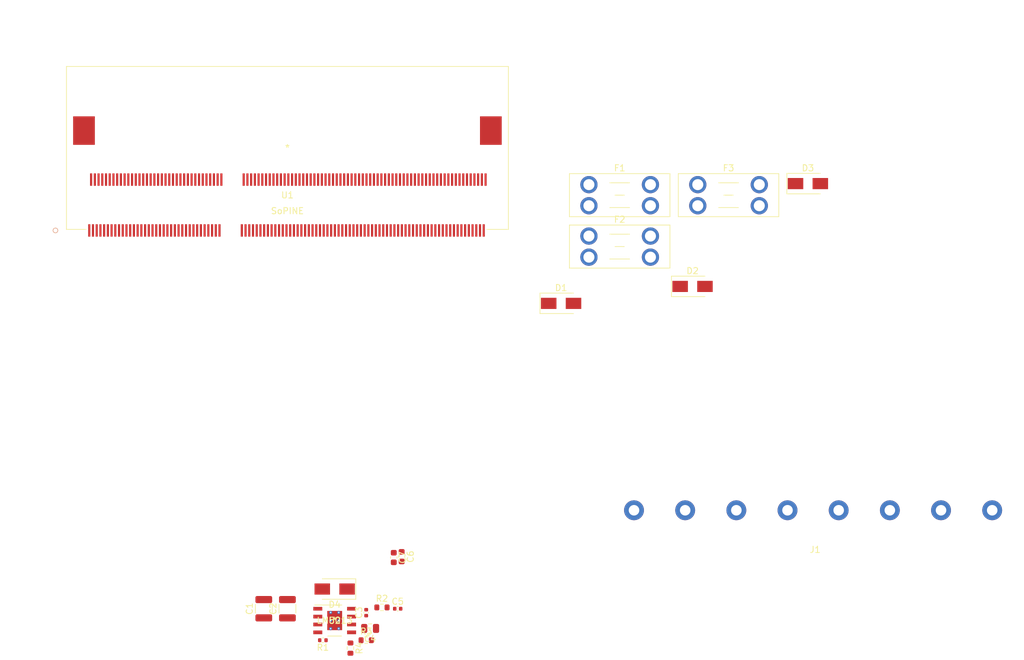
<source format=kicad_pcb>
(kicad_pcb (version 20211014) (generator pcbnew)
  (layers (0 "F.Cu" signal) (31 "B.Cu" signal) (34 "B.Paste" user) (35 "F.Paste" user) (36 "B.SilkS" user "B.Silkscreen") (37 "F.SilkS" user "F.Silkscreen") (38 "B.Mask" user) (39 "F.Mask" user) (44 "Edge.Cuts" user))
  (net 0 "")
  (net 1 "V_{IN}")
  (net 2 "GND")
  (net 3 "Net-(C3-Pad1)")
  (net 4 "Net-(C3-Pad2)")
  (net 5 "Net-(C4-Pad1)")
  (net 6 "Net-(C4-Pad2)")
  (net 7 "SOPineV_{CC}")
  (net 8 "V_{IN}MOTOR")
  (net 9 "V_{IN}BED")
  (net 10 "Net-(F1-Pad1)")
  (net 11 "Net-(F2-Pad2)")
  (net 12 "Net-(F3-Pad2)")
  (net 13 "Net-(R1-Pad2)")
  (net 20 "Net-(U1-Pad103)")
  (net 162 "Net-(U1-Pad180)_1")
  (net 167 "Net-(U1-Pad188)")
  (net 173 "Net-(U1-Pad199)")
  (net 174 "Net-(U1-Pad200)")
  (net 176 "V_{OUT}BED")
  (footprint "Capacitor_SMD:C_0402_1005Metric" (layer "F.Cu") (at 96.52 135.89 90)
    (fp_text reference "C3" (at 0 -1.16 90) (layer "F.SilkS"))
    (fp_text value "2.2nF")
    (fp_line (start -0.107836 0.36) (end 0.107836 0.36) (layer "F.SilkS") (width 0.12))
    (fp_line (start -0.107836 -0.36) (end 0.107836 -0.36) (layer "F.SilkS") (width 0.12))
    (pad "1" smd roundrect (at -0.48 0 90) (size 0.56 0.62) (layers "F.Cu" "F.Paste" "F.Mask") (net 3 "Net-(C3-Pad1)"))
    (pad "2" smd roundrect (at 0.48 0 90) (size 0.56 0.62) (layers "F.Cu" "F.Paste" "F.Mask") (net 4 "Net-(C3-Pad2)"))
  )
  (footprint "lm5013:lm5013" (layer "F.Cu") (at 91.44 137.16)
    (fp_text reference "U2" (at 0 0) (layer "F.SilkS"))
    (fp_text value "LM5013" (at 0 0) (layer "F.SilkS"))
    (fp_text user "*" (at 0 0) (layer "F.SilkS"))
    (fp_line (start -1.124999 2.5) (end 1.1 2.5) (layer "F.SilkS") (width 0.12))
    (fp_line (start -3.225 -2.5) (end 1.15 -2.5) (layer "F.SilkS") (width 0.12))
    (pad "1" smd rect locked (at -2.725001 -1.905 90) (size 0.599999 1.45) (layers "F.Cu" "F.Paste" "F.Mask") (net 2 "GND"))
    (pad "2" smd rect locked (at -2.725001 -0.635 90) (size 0.599999 1.45) (layers "F.Cu" "F.Paste" "F.Mask") (net 1 "V_{IN}"))
    (pad "3" smd rect locked (at -2.725001 0.635 90) (size 0.599999 1.45) (layers "F.Cu" "F.Paste" "F.Mask") (net 1 "V_{IN}"))
    (pad "4" smd rect locked (at -2.725001 1.905 90) (size 0.599999 1.45) (layers "F.Cu" "F.Paste" "F.Mask") (net 13 "Net-(R1-Pad2)"))
    (pad "5" smd rect locked (at 2.724998 1.905 90) (size 0.599999 1.45) (layers "F.Cu" "F.Paste" "F.Mask") (net 6 "Net-(C4-Pad2)"))
    (pad "6" smd rect locked (at 2.724998 0.635 90) (size 0.599999 1.45) (layers "F.Cu" "F.Paste" "F.Mask"))
    (pad "7" smd rect locked (at 2.724998 -0.635 90) (size 0.599999 1.45) (layers "F.Cu" "F.Paste" "F.Mask") (net 3 "Net-(C3-Pad1)"))
    (pad "8" smd rect locked (at 2.724998 -1.905 90) (size 0.599999 1.45) (layers "F.Cu" "F.Paste" "F.Mask") (net 4 "Net-(C3-Pad2)"))
    (pad "9" smd rect locked (at 0 0) (size 2.4 3.099999) (layers "F.Cu" "F.Paste" "F.Mask") (net 2 "GND"))
    (pad "V" thru_hole circle locked (at 0.650001 -1.3) (size 0.499999 0.499999) (drill 0.2032) (layers *.Cu *.Mask))
    (pad "V" thru_hole circle locked (at -0.650001 1.3) (size 0.499999 0.499999) (drill 0.2032) (layers *.Cu *.Mask))
    (pad "V" thru_hole circle locked (at 0.650001 0) (size 0.499999 0.499999) (drill 0.2032) (layers *.Cu *.Mask))
    (pad "V" thru_hole circle locked (at -0.650001 -1.3) (size 0.499999 0.499999) (drill 0.2032) (layers *.Cu *.Mask))
    (pad "V" thru_hole circle locked (at 0.650001 1.3) (size 0.499999 0.499999) (drill 0.2032) (layers *.Cu *.Mask))
    (pad "V" thru_hole circle locked (at -0.650001 0) (size 0.499999 0.499999) (drill 0.2032) (layers *.Cu *.Mask))
  )
  (footprint "Diode_SMD:D_SMA" (layer "F.Cu") (at 91.44 132.08 180)
    (fp_text reference "D4" (at 0 -2.5) (layer "F.SilkS"))
    (fp_text value "SK220ATR")
    (fp_line (start -3.4 1.65) (end 2 1.65) (layer "F.SilkS") (width 0.12))
    (fp_line (start -3.4 -1.65) (end 2 -1.65) (layer "F.SilkS") (width 0.12))
    (fp_line (start -3.4 -1.65) (end -3.4 1.65) (layer "F.SilkS") (width 0.12))
    (pad "1" smd rect (at -2 0 180) (size 2.5 1.8) (layers "F.Cu" "F.Paste" "F.Mask") (net 4 "Net-(C3-Pad2)"))
    (pad "2" smd rect (at 2 0 180) (size 2.5 1.8) (layers "F.Cu" "F.Paste" "F.Mask") (net 2 "GND"))
  )
  (footprint "Resistor_SMD:R_0603_1608Metric" (layer "F.Cu") (at 93.98 141.605 -90)
    (fp_text reference "R4" (at 0 -1.43 90) (layer "F.SilkS"))
    (fp_text value "100k")
    (fp_line (start -0.237258 -0.5225) (end 0.237258 -0.5225) (layer "F.SilkS") (width 0.12))
    (fp_line (start -0.237258 0.5225) (end 0.237258 0.5225) (layer "F.SilkS") (width 0.12))
    (pad "1" smd roundrect (at -0.825 0 270) (size 0.8 0.95) (layers "F.Cu" "F.Paste" "F.Mask") (net 6 "Net-(C4-Pad2)"))
    (pad "2" smd roundrect (at 0.825 0 270) (size 0.8 0.95) (layers "F.Cu" "F.Paste" "F.Mask") (net 2 "GND"))
  )
  (footprint "Capacitor_SMD:C_0603_1608Metric" (layer "F.Cu") (at 100.965 127 -90)
    (fp_text reference "C7" (at 0 -1.43 90) (layer "F.SilkS"))
    (fp_text value "22uF")
    (fp_line (start -0.14058 0.51) (end 0.14058 0.51) (layer "F.SilkS") (width 0.12))
    (fp_line (start -0.14058 -0.51) (end 0.14058 -0.51) (layer "F.SilkS") (width 0.12))
    (pad "1" smd roundrect (at -0.775 0 270) (size 0.9 0.95) (layers "F.Cu" "F.Paste" "F.Mask") (net 7 "SOPineV_{CC}"))
    (pad "2" smd roundrect (at 0.775 0 270) (size 0.9 0.95) (layers "F.Cu" "F.Paste" "F.Mask") (net 2 "GND"))
  )
  (footprint "Fuse:Fuseholder_Blade_Mini_Keystone_3568" (layer "F.Cu") (at 149.98 66.88)
    (fp_text reference "F3" (at 4.96 -2.67) (layer "F.SilkS"))
    (fp_text value "Fuse")
    (fp_line (start 13.06 -1.77) (end -3.14 -1.77) (layer "F.SilkS") (width 0.12))
    (fp_line (start 6.56 3.7) (end 3.36 3.7) (layer "F.SilkS") (width 0.12))
    (fp_line (start 4.21 1.7) (end 5.71 1.7) (layer "F.SilkS") (width 0.12))
    (fp_line (start -3.14 -1.77) (end -3.14 5.17) (layer "F.SilkS") (width 0.12))
    (fp_line (start 13.06 5.17) (end 13.06 -1.77) (layer "F.SilkS") (width 0.12))
    (fp_line (start 3.36 -0.3) (end 6.56 -0.3) (layer "F.SilkS") (width 0.12))
    (fp_line (start -3.14 5.17) (end 13.06 5.17) (layer "F.SilkS") (width 0.12))
    (pad "1" thru_hole circle (at 0 3.4) (size 2.78 2.78) (drill 1.78) (layers *.Cu *.Mask) (net 9 "V_{IN}BED"))
    (pad "1" thru_hole circle (at 0 0) (size 2.78 2.78) (drill 1.78) (layers *.Cu *.Mask) (net 9 "V_{IN}BED"))
    (pad "2" thru_hole circle (at 9.92 0) (size 2.78 2.78) (drill 1.78) (layers *.Cu *.Mask) (net 12 "Net-(F3-Pad2)"))
    (pad "2" thru_hole circle (at 9.92 3.4) (size 2.78 2.78) (drill 1.78) (layers *.Cu *.Mask) (net 12 "Net-(F3-Pad2)"))
  )
  (footprint "Capacitor_SMD:C_0805_2012Metric" (layer "F.Cu") (at 97.155 138.43 180)
    (fp_text reference "C4" (at 0 -1.68) (layer "F.SilkS"))
    (fp_text value "56pF")
    (fp_line (start -0.261252 0.735) (end 0.261252 0.735) (layer "F.SilkS") (width 0.12))
    (fp_line (start -0.261252 -0.735) (end 0.261252 -0.735) (layer "F.SilkS") (width 0.12))
    (pad "1" smd roundrect (at -0.95 0 180) (size 1 1.45) (layers "F.Cu" "F.Paste" "F.Mask") (net 5 "Net-(C4-Pad1)"))
    (pad "2" smd roundrect (at 0.95 0 180) (size 1 1.45) (layers "F.Cu" "F.Paste" "F.Mask") (net 6 "Net-(C4-Pad2)"))
  )
  (footprint "Diode_SMD:D_SMA" (layer "F.Cu") (at 149.14 83.29)
    (fp_text reference "D2" (at 0 -2.5) (layer "F.SilkS"))
    (fp_text value "D")
    (fp_line (start -3.4 1.65) (end 2 1.65) (layer "F.SilkS") (width 0.12))
    (fp_line (start -3.4 -1.65) (end -3.4 1.65) (layer "F.SilkS") (width 0.12))
    (fp_line (start -3.4 -1.65) (end 2 -1.65) (layer "F.SilkS") (width 0.12))
    (pad "1" smd rect (at -2 0) (size 2.5 1.8) (layers "F.Cu" "F.Paste" "F.Mask") (net 8 "V_{IN}MOTOR"))
    (pad "2" smd rect (at 2 0) (size 2.5 1.8) (layers "F.Cu" "F.Paste" "F.Mask") (net 2 "GND"))
  )
  (footprint "3dpboard:2-2013022-1" (layer "F.Cu") (at 83.82 60.96)
    (fp_text reference "U1" (at 0 7.62) (layer "F.SilkS"))
    (fp_text value "SoPINE" (at 0 10.16) (layer "F.SilkS"))
    (fp_text user "*" (at 0 0) (layer "F.SilkS"))
    (fp_circle (center -37.4015 13.304799) (end -37.0205 13.304799) (layer "B.SilkS") (width 0.12) (fill none))
    (fp_line (start 35.6235 13.131799) (end 35.6235 -13.131802) (layer "F.SilkS") (width 0.12))
    (fp_line (start -35.6235 13.131799) (end -32.46053 13.131799) (layer "F.SilkS") (width 0.12))
    (fp_line (start -35.6235 -13.131802) (end -35.6235 13.131799) (layer "F.SilkS") (width 0.12))
    (fp_line (start 35.6235 -13.131802) (end -35.6235 -13.131802) (layer "F.SilkS") (width 0.12))
    (fp_line (start 32.160531 13.131799) (end 35.6235 13.131799) (layer "F.SilkS") (width 0.12))
    (fp_circle (center -37.4015 13.304799) (end -37.0205 13.304799) (layer "F.SilkS") (width 0.12) (fill none))
    (pad "" np_thru_hole circle locked (at -33.400011 9.204799) (size 1.6002 1.6002) (drill 1.6002) (layers *.Cu *.Mask))
    (pad "" np_thru_hole circle locked (at 33.400011 9.204799) (size 1.0922 1.0922) (drill 1.0922) (layers *.Cu *.Mask))
    (pad "1" smd rect locked (at -31.94999 13.304799) (size 0.3556 2.0066) (layers "F.Cu" "F.Paste" "F.Mask"))
    (pad "2" smd rect locked (at -31.649991 5.104797) (size 0.3556 2.0066) (layers "F.Cu" "F.Paste" "F.Mask"))
    (pad "3" smd rect locked (at -31.349989 13.304799) (size 0.3556 2.0066) (layers "F.Cu" "F.Paste" "F.Mask"))
    (pad "4" smd rect locked (at -31.049989 5.104797) (size 0.3556 2.0066) (layers "F.Cu" "F.Paste" "F.Mask"))
    (pad "5" smd rect locked (at -30.74999 13.304799) (size 0.3556 2.0066) (layers "F.Cu" "F.Paste" "F.Mask"))
    (pad "6" smd rect locked (at -30.44999 5.104797) (size 0.3556 2.0066) (layers "F.Cu" "F.Paste" "F.Mask"))
    (pad "7" smd rect locked (at -30.149991 13.304799) (size 0.3556 2.0066) (layers "F.Cu" "F.Paste" "F.Mask") (net 20 "Net-(U1-Pad103)"))
    (pad "8" smd rect locked (at -29.849989 5.104797) (size 0.3556 2.0066) (layers "F.Cu" "F.Paste" "F.Mask") (net 20 "Net-(U1-Pad103)"))
    (pad "9" smd rect locked (at -29.54999 13.304799) (size 0.3556 2.0066) (layers "F.Cu" "F.Paste" "F.Mask"))
    (pad "10" smd rect locked (at -29.24999 5.104797) (size 0.3556 2.0066) (layers "F.Cu" "F.Paste" "F.Mask"))
    (pad "11" smd rect locked (at -28.949991 13.304799) (size 0.3556 2.0066) (layers "F.Cu" "F.Paste" "F.Mask"))
    (pad "12" smd rect locked (at -28.649991 5.104797) (size 0.3556 2.0066) (layers "F.Cu" "F.Paste" "F.Mask"))
    (pad "13" smd rect locked (at -28.349989 13.304799) (size 0.3556 2.0066) (layers "F.Cu" "F.Paste" "F.Mask"))
    (pad "14" smd rect locked (at -28.04999 5.104797) (size 0.3556 2.0066) (layers "F.Cu" "F.Paste" "F.Mask"))
    (pad "15" smd rect locked (at -27.749991 13.304799) (size 0.3556 2.0066) (layers "F.Cu" "F.Paste" "F.Mask"))
    (pad "16" smd rect locked (at -27.449991 5.104797) (size 0.3556 2.0066) (layers "F.Cu" "F.Paste" "F.Mask"))
    (pad "17" smd rect locked (at -27.149992 13.304799) (size 0.3556 2.0066) (layers "F.Cu" "F.Paste" "F.Mask"))
    (pad "18" smd rect locked (at -26.84999 5.104797) (size 0.3556 2.0066) (layers "F.Cu" "F.Paste" "F.Mask"))
    (pad "19" smd rect locked (at -26.549991 13.304799) (size 0.3556 2.0066) (layers "F.Cu" "F.Paste" "F.Mask") (net 20 "Net-(U1-Pad103)"))
    (pad "20" smd rect locked (at -26.249991 5.104797) (size 0.3556 2.0066) (layers "F.Cu" "F.Paste" "F.Mask") (net 20 "Net-(U1-Pad103)"))
    (pad "21" smd rect locked (at -25.949992 13.304799) (size 0.3556 2.0066) (layers "F.Cu" "F.Paste" "F.Mask"))
    (pad "22" smd rect locked (at -25.649992 5.104797) (size 0.3556 2.0066) (layers "F.Cu" "F.Paste" "F.Mask"))
    (pad "23" smd rect locked (at -25.34999 13.304799) (size 0.3556 2.0066) (layers "F.Cu" "F.Paste" "F.Mask"))
    (pad "24" smd rect locked (at -25.049991 5.104797) (size 0.3556 2.0066) (layers "F.Cu" "F.Paste" "F.Mask"))
    (pad "25" smd rect locked (at -24.749992 13.304799) (size 0.3556 2.0066) (layers "F.Cu" "F.Paste" "F.Mask"))
    (pad "26" smd rect locked (at -24.449992 5.104797) (size 0.3556 2.0066) (layers "F.Cu" "F.Paste" "F.Mask"))
    (pad "27" smd rect locked (at -24.149993 13.304799) (size 0.3556 2.0066) (layers "F.Cu" "F.Paste" "F.Mask"))
    (pad "28" smd rect locked (at -23.849991 5.104797) (size 0.3556 2.0066) (layers "F.Cu" "F.Paste" "F.Mask"))
    (pad "29" smd rect locked (at -23.549991 13.304799) (size 0.3556 2.0066) (layers "F.Cu" "F.Paste" "F.Mask"))
    (pad "30" smd rect locked (at -23.249992 5.104797) (size 0.3556 2.0066) (layers "F.Cu" "F.Paste" "F.Mask"))
    (pad "31" smd rect locked (at -22.949993 13.304799) (size 0.3556 2.0066) (layers "F.Cu" "F.Paste" "F.Mask") (net 20 "Net-(U1-Pad103)"))
    (pad "32" smd rect locked (at -22.649993 5.104797) (size 0.3556 2.0066) (layers "F.Cu" "F.Paste" "F.Mask") (net 20 "Net-(U1-Pad103)"))
    (pad "33" smd rect locked (at -22.349991 13.304799) (size 0.3556 2.0066) (layers "F.Cu" "F.Paste" "F.Mask"))
    (pad "34" smd rect locked (at -22.049992 5.104797) (size 0.3556 2.0066) (layers "F.Cu" "F.Paste" "F.Mask"))
    (pad "35" smd rect locked (at -21.749993 13.304799) (size 0.3556 2.0066) (layers "F.Cu" "F.Paste" "F.Mask"))
    (pad "36" smd rect locked (at -21.449993 5.104797) (size 0.3556 2.0066) (layers "F.Cu" "F.Paste" "F.Mask"))
    (pad "37" smd rect locked (at -21.149994 13.304799) (size 0.3556 2.0066) (layers "F.Cu" "F.Paste" "F.Mask"))
    (pad "38" smd rect locked (at -20.849992 5.104797) (size 0.3556 2.0066) (layers "F.Cu" "F.Paste" "F.Mask"))
    (pad "39" smd rect locked (at -20.549992 13.304799) (size 0.3556 2.0066) (layers "F.Cu" "F.Paste" "F.Mask"))
    (pad "40" smd rect locked (at -20.249993 5.104797) (size 0.3556 2.0066) (layers "F.Cu" "F.Paste" "F.Mask"))
    (pad "41" smd rect locked (at -19.949994 13.304799) (size 0.3556 2.0066) (layers "F.Cu" "F.Paste" "F.Mask") (net 20 "Net-(U1-Pad103)"))
    (pad "42" smd rect locked (at -19.649994 5.104797) (size 0.3556 2.0066) (layers "F.Cu" "F.Paste" "F.Mask") (net 20 "Net-(U1-Pad103)"))
    (pad "43" smd rect locked (at -19.349992 13.304799) (size 0.3556 2.0066) (layers "F.Cu" "F.Paste" "F.Mask"))
    (pad "44" smd rect locked (at -19.049993 5.104797) (size 0.3556 2.0066) (layers "F.Cu" "F.Paste" "F.Mask"))
    (pad "45" smd rect locked (at -18.749993 13.304799) (size 0.3556 2.0066) (layers "F.Cu" "F.Paste" "F.Mask"))
    (pad "46" smd rect locked (at -18.449994 5.104797) (size 0.3556 2.0066) (layers "F.Cu" "F.Paste" "F.Mask"))
    (pad "47" smd rect locked (at -18.149995 13.304799) (size 0.3556 2.0066) (layers "F.Cu" "F.Paste" "F.Mask"))
    (pad "48" smd rect locked (at -17.849993 5.104797) (size 0.3556 2.0066) (layers "F.Cu" "F.Paste" "F.Mask"))
    (pad "49" smd rect locked (at -17.549993 13.304799) (size 0.3556 2.0066) (layers "F.Cu" "F.Paste" "F.Mask"))
    (pad "50" smd rect locked (at -17.249994 5.104797) (size 0.3556 2.0066) (layers "F.Cu" "F.Paste" "F.Mask"))
    (pad "51" smd rect locked (at -16.949995 13.304799) (size 0.3556 2.0066) (layers "F.Cu" "F.Paste" "F.Mask"))
    (pad "52" smd rect locked (at -16.649995 5.104797) (size 0.3556 2.0066) (layers "F.Cu" "F.Paste" "F.Mask"))
    (pad "53" smd rect locked (at -16.349993 13.304799) (size 0.3556 2.0066) (layers "F.Cu" "F.Paste" "F.Mask"))
    (pad "54" smd rect locked (at -16.049994 5.104797) (size 0.3556 2.0066) (layers "F.Cu" "F.Paste" "F.Mask"))
    (pad "55" smd rect locked (at -15.749994 13.304799) (size 0.3556 2.0066) (layers "F.Cu" "F.Paste" "F.Mask") (net 20 "Net-(U1-Pad103)"))
    (pad "56" smd rect locked (at -15.449995 5.104797) (size 0.3556 2.0066) (layers "F.Cu" "F.Paste" "F.Mask") (net 20 "Net-(U1-Pad103)"))
    (pad "57" smd rect locked (at -15.149996 13.304799) (size 0.3556 2.0066) (layers "F.Cu" "F.Paste" "F.Mask"))
    (pad "58" smd rect locked (at -14.849994 5.104797) (size 0.3556 2.0066) (layers "F.Cu" "F.Paste" "F.Mask"))
    (pad "59" smd rect locked (at -14.549994 13.304799) (size 0.3556 2.0066) (layers "F.Cu" "F.Paste" "F.Mask"))
    (pad "60" smd rect locked (at -14.249995 5.104797) (size 0.3556 2.0066) (layers "F.Cu" "F.Paste" "F.Mask"))
    (pad "61" smd rect locked (at -13.949995 13.304799) (size 0.3556 2.0066) (layers "F.Cu" "F.Paste" "F.Mask"))
    (pad "62" smd rect locked (at -13.649996 5.104797) (size 0.3556 2.0066) (layers "F.Cu" "F.Paste" "F.Mask"))
    (pad "63" smd rect locked (at -13.349994 13.304799) (size 0.3556 2.0066) (layers "F.Cu" "F.Paste" "F.Mask"))
    (pad "64" smd rect locked (at -13.049995 5.104797) (size 0.3556 2.0066) (layers "F.Cu" "F.Paste" "F.Mask"))
    (pad "65" smd rect locked (at -12.749995 13.304799) (size 0.3556 2.0066) (layers "F.Cu" "F.Paste" "F.Mask"))
    (pad "66" smd rect locked (at -12.449996 5.104797) (size 0.3556 2.0066) (layers "F.Cu" "F.Paste" "F.Mask"))
    (pad "67" smd rect locked (at -12.149996 13.304799) (size 0.3556 2.0066) (layers "F.Cu" "F.Paste" "F.Mask"))
    (pad "68" smd rect locked (at -11.849995 5.104797) (size 0.3556 2.0066) (layers "F.Cu" "F.Paste" "F.Mask"))
    (pad "69" smd rect locked (at -11.549995 13.304799) (size 0.3556 2.0066) (layers "F.Cu" "F.Paste" "F.Mask") (net 20 "Net-(U1-Pad103)"))
    (pad "70" smd rect locked (at -11.249996 5.104797) (size 0.3556 2.0066) (layers "F.Cu" "F.Paste" "F.Mask") (net 20 "Net-(U1-Pad103)"))
    (pad "71" smd rect locked (at -10.949996 13.304799) (size 0.3556 2.0066) (layers "F.Cu" "F.Paste" "F.Mask"))
    (pad "72" smd rect locked (at -10.649997 5.104797) (size 0.3556 2.0066) (layers "F.Cu" "F.Paste" "F.Mask"))
    (pad "73" smd rect locked (at -7.349995 13.304799) (size 0.3556 2.0066) (layers "F.Cu" "F.Paste" "F.Mask"))
    (pad "74" smd rect locked (at -7.049996 5.104797) (size 0.3556 2.0066) (layers "F.Cu" "F.Paste" "F.Mask"))
    (pad "75" smd rect locked (at -6.749996 13.304799) (size 0.3556 2.0066) (layers "F.Cu" "F.Paste" "F.Mask"))
    (pad "76" smd rect locked (at -6.449997 5.104797) (size 0.3556 2.0066) (layers "F.Cu" "F.Paste" "F.Mask"))
    (pad "77" smd rect locked (at -6.149997 13.304799) (size 0.3556 2.0066) (layers "F.Cu" "F.Paste" "F.Mask"))
    (pad "78" smd rect locked (at -5.849995 5.104797) (size 0.3556 2.0066) (layers "F.Cu" "F.Paste" "F.Mask"))
    (pad "79" smd rect locked (at -5.549996 13.304799) (size 0.3556 2.0066) (layers "F.Cu" "F.Paste" "F.Mask"))
    (pad "80" smd rect locked (at -5.249997 5.104797) (size 0.3556 2.0066) (layers "F.Cu" "F.Paste" "F.Mask"))
    (pad "81" smd rect locked (at -4.949997 13.304799) (size 0.3556 2.0066) (layers "F.Cu" "F.Paste" "F.Mask") (net 20 "Net-(U1-Pad103)"))
    (pad "82" smd rect locked (at -4.649998 5.104797) (size 0.3556 2.0066) (layers "F.Cu" "F.Paste" "F.Mask"))
    (pad "83" smd rect locked (at -4.349996 13.304799) (size 0.3556 2.0066) (layers "F.Cu" "F.Paste" "F.Mask"))
    (pad "84" smd rect locked (at -4.049997 5.104797) (size 0.3556 2.0066) (layers "F.Cu" "F.Paste" "F.Mask") (net 20 "Net-(U1-Pad103)"))
    (pad "85" smd rect locked (at -3.749997 13.304799) (size 0.3556 2.0066) (layers "F.Cu" "F.Paste" "F.Mask"))
    (pad "86" smd rect locked (at -3.449998 5.104797) (size 0.3556 2.0066) (layers "F.Cu" "F.Paste" "F.Mask"))
    (pad "87" smd rect locked (at -3.149998 13.304799) (size 0.3556 2.0066) (layers "F.Cu" "F.Paste" "F.Mask"))
    (pad "88" smd rect locked (at -2.849999 5.104797) (size 0.3556 2.0066) (layers "F.Cu" "F.Paste" "F.Mask"))
    (pad "89" smd rect locked (at -2.549997 13.304799) (size 0.3556 2.0066) (layers "F.Cu" "F.Paste" "F.Mask"))
    (pad "90" smd rect locked (at -2.249998 5.104797) (size 0.3556 2.0066) (layers "F.Cu" "F.Paste" "F.Mask"))
    (pad "91" smd rect locked (at -1.949998 13.304799) (size 0.3556 2.0066) (layers "F.Cu" "F.Paste" "F.Mask"))
    (pad "92" smd rect locked (at -1.649999 5.104797) (size 0.3556 2.0066) (layers "F.Cu" "F.Paste" "F.Mask"))
    (pad "93" smd rect locked (at -1.349999 13.304799) (size 0.3556 2.0066) (layers "F.Cu" "F.Paste" "F.Mask") (net 20 "Net-(U1-Pad103)"))
    (pad "94" smd rect locked (at -1.049997 5.104797) (size 0.3556 2.0066) (layers "F.Cu" "F.Paste" "F.Mask") (net 20 "Net-(U1-Pad103)"))
    (pad "95" smd rect locked (at -0.749998 13.304799) (size 0.3556 2.0066) (layers "F.Cu" "F.Paste" "F.Mask"))
    (pad "96" smd rect locked (at -0.449999 5.104797) (size 0.3556 2.0066) (layers "F.Cu" "F.Paste" "F.Mask"))
    (pad "97" smd rect locked (at -0.149999 13.304799) (size 0.3556 2.0066) (layers "F.Cu" "F.Paste" "F.Mask"))
    (pad "98" smd rect locked (at 0.15 5.104797) (size 0.3556 2.0066) (layers "F.Cu" "F.Paste" "F.Mask"))
    (pad "99" smd rect locked (at 0.450002 13.304799) (size 0.3556 2.0066) (layers "F.Cu" "F.Paste" "F.Mask"))
    (pad "100" smd rect locked (at 0.750002 5.104797) (size 0.3556 2.0066) (layers "F.Cu" "F.Paste" "F.Mask"))
    (pad "101" smd rect locked (at 1.050001 13.304799) (size 0.3556 2.0066) (layers "F.Cu" "F.Paste" "F.Mask"))
    (pad "102" smd rect locked (at 1.35 5.104797) (size 0.3556 2.0066) (layers "F.Cu" "F.Paste" "F.Mask"))
    (pad "103" smd rect locked (at 1.65 13.304799) (size 0.3556 2.0066) (layers "F.Cu" "F.Paste" "F.Mask") (net 20 "Net-(U1-Pad103)"))
    (pad "104" smd rect locked (at 1.950002 5.104797) (size 0.3556 2.0066) (layers "F.Cu" "F.Paste" "F.Mask") (net 20 "Net-(U1-Pad103)"))
    (pad "105" smd rect locked (at 2.250001 13.304799) (size 0.3556 2.0066) (layers "F.Cu" "F.Paste" "F.Mask"))
    (pad "106" smd rect locked (at 2.55 5.104797) (size 0.3556 2.0066) (layers "F.Cu" "F.Paste" "F.Mask"))
    (pad "107" smd rect locked (at 2.85 13.304799) (size 0.3556 2.0066) (layers "F.Cu" "F.Paste" "F.Mask"))
    (pad "108" smd rect locked (at 3.149999 5.104797) (size 0.3556 2.0066) (layers "F.Cu" "F.Paste" "F.Mask"))
    (pad "109" smd rect locked (at 3.450001 13.304799) (size 0.3556 2.0066) (layers "F.Cu" "F.Paste" "F.Mask"))
    (pad "110" smd rect locked (at 3.750001 5.104797) (size 0.3556 2.0066) (layers "F.Cu" "F.Paste" "F.Mask"))
    (pad "111" smd rect locked (at 4.05 13.304799) (size 0.3556 2.0066) (layers "F.Cu" "F.Paste" "F.Mask"))
    (pad "112" smd rect locked (at 4.349999 5.104797) (size 0.3556 2.0066) (layers "F.Cu" "F.Paste" "F.Mask"))
    (pad "113" smd rect locked (at 4.649999 13.304799) (size 0.3556 2.0066) (layers "F.Cu" "F.Paste" "F.Mask"))
    (pad "114" smd rect locked (at 4.950001 5.104797) (size 0.3556 2.0066) (layers "F.Cu" "F.Paste" "F.Mask") (net 20 "Net-(U1-Pad103)"))
    (pad "115" smd rect locked (at 5.25 13.304799) (size 0.3556 2.0066) (layers "F.Cu" "F.Paste" "F.Mask") (net 20 "Net-(U1-Pad103)"))
    (pad "116" smd rect locked (at 5.55 5.104797) (size 0.3556 2.0066) (layers "F.Cu" "F.Paste" "F.Mask"))
    (pad "117" smd rect locked (at 5.849999 13.304799) (size 0.3556 2.0066) (layers "F.Cu" "F.Paste" "F.Mask"))
    (pad "118" smd rect locked (at 6.149998 5.104797) (size 0.3556 2.0066) (layers "F.Cu" "F.Paste" "F.Mask"))
    (pad "119" smd rect locked (at 6.45 13.304799) (size 0.3556 2.0066) (layers "F.Cu" "F.Paste" "F.Mask"))
    (pad "120" smd rect locked (at 6.75 5.104797) (size 0.3556 2.0066) (layers "F.Cu" "F.Paste" "F.Mask"))
    (pad "121" smd rect locked (at 7.049999 13.304799) (size 0.3556 2.0066) (layers "F.Cu" "F.Paste" "F.Mask"))
    (pad "122" smd rect locked (at 7.349998 5.104797) (size 0.3556 2.0066) (layers "F.Cu" "F.Paste" "F.Mask"))
    (pad "123" smd rect locked (at 7.649998 13.304799) (size 0.3556 2.0066) (layers "F.Cu" "F.Paste" "F.Mask"))
    (pad "124" smd rect locked (at 7.95 5.104797) (size 0.3556 2.0066) (layers "F.Cu" "F.Paste" "F.Mask"))
    (pad "125" smd rect locked (at 8.249999 13.304799) (size 0.3556 2.0066) (layers "F.Cu" "F.Paste" "F.Mask") (net 20 "Net-(U1-Pad103)"))
    (pad "126" smd rect locked (at 8.549999 5.104797) (size 0.3556 2.0066) (layers "F.Cu" "F.Paste" "F.Mask"))
    (pad "127" smd rect locked (at 8.849998 13.304799) (size 0.3556 2.0066) (layers "F.Cu" "F.Paste" "F.Mask"))
    (pad "128" smd rect locked (at 9.149997 5.104797) (size 0.3556 2.0066) (layers "F.Cu" "F.Paste" "F.Mask"))
    (pad "129" smd rect locked (at 9.449999 13.304799) (size 0.3556 2.0066) (layers "F.Cu" "F.Paste" "F.Mask"))
    (pad "130" smd rect locked (at 9.749999 5.104797) (size 0.3556 2.0066) (layers "F.Cu" "F.Paste" "F.Mask"))
    (pad "131" smd rect locked (at 10.049998 13.304799) (size 0.3556 2.0066) (layers "F.Cu" "F.Paste" "F.Mask") (net 20 "Net-(U1-Pad103)"))
    (pad "132" smd rect locked (at 10.349998 5.104797) (size 0.3556 2.0066) (layers "F.Cu" "F.Paste" "F.Mask"))
    (pad "133" smd rect locked (at 10.649997 13.304799) (size 0.3556 2.0066) (layers "F.Cu" "F.Paste" "F.Mask"))
    (pad "134" smd rect locked (at 10.949999 5.104797) (size 0.3556 2.0066) (layers "F.Cu" "F.Paste" "F.Mask"))
    (pad "135" smd rect locked (at 11.249998 13.304799) (size 0.3556 2.0066) (layers "F.Cu" "F.Paste" "F.Mask"))
    (pad "136" smd rect locked (at 11.549998 5.104797) (size 0.3556 2.0066) (layers "F.Cu" "F.Paste" "F.Mask"))
    (pad "137" smd rect locked (at 11.849997 13.304799) (size 0.3556 2.0066) (layers "F.Cu" "F.Paste" "F.Mask") (net 20 "Net-(U1-Pad103)"))
    (pad "138" smd rect locked (at 12.149996 5.104797) (size 0.3556 2.0066) (layers "F.Cu" "F.Paste" "F.Mask"))
    (pad "139" smd rect locked (at 12.449998 13.304799) (size 0.3556 2.0066) (layers "F.Cu" "F.Paste" "F.Mask"))
    (pad "140" smd rect locked (at 12.749998 5.104797) (size 0.3556 2.0066) (layers "F.Cu" "F.Paste" "F.Mask") (net 20 "Net-(U1-Pad103)"))
    (pad "141" smd rect locked (at 13.049997 13.304799) (size 0.3556 2.0066) (layers "F.Cu" "F.Paste" "F.Mask"))
    (pad "142" smd rect locked (at 13.349997 5.104797) (size 0.3556 2.0066) (layers "F.Cu" "F.Paste" "F.Mask"))
    (pad "143" smd rect locked (at 13.649996 13.304799) (size 0.3556 2.0066) (layers "F.Cu" "F.Paste" "F.Mask"))
    (pad "144" smd rect locked (at 13.949998 5.104797) (size 0.3556 2.0066) (layers "F.Cu" "F.Paste" "F.Mask"))
    (pad "145" smd rect locked (at 14.249997 13.304799) (size 0.3556 2.0066) (layers "F.Cu" "F.Paste" "F.Mask"))
    (pad "146" smd rect locked (at 14.549997 5.104797) (size 0.3556 2.0066) (layers "F.Cu" "F.Paste" "F.Mask"))
    (pad "147" smd rect locked (at 14.849996 13.304799) (size 0.3556 2.0066) (layers "F.Cu" "F.Paste" "F.Mask") (net 20 "Net-(U1-Pad103)"))
    (pad "148" smd rect locked (at 15.149996 5.104797) (size 0.3556 2.0066) (layers "F.Cu" "F.Paste" "F.Mask"))
    (pad "149" smd rect locked (at 15.449998 13.304799) (size 0.3556 2.0066) (layers "F.Cu" "F.Paste" "F.Mask"))
    (pad "150" smd rect locked (at 15.749997 5.104797) (size 0.3556 2.0066) (layers "F.Cu" "F.Paste" "F.Mask"))
    (pad "151" smd rect locked (at 16.049996 13.304799) (size 0.3556 2.0066) (layers "F.Cu" "F.Paste" "F.Mask"))
    (pad "152" smd rect locked (at 16.349996 5.104797) (size 0.3556 2.0066) (layers "F.Cu" "F.Paste" "F.Mask") (net 20 "Net-(U1-Pad103)"))
    (pad "153" smd rect locked (at 16.649995 13.304799) (size 0.3556 2.0066) (layers "F.Cu" "F.Paste" "F.Mask"))
    (pad "154" smd rect locked (at 16.949997 5.104797) (size 0.3556 2.0066) (layers "F.Cu" "F.Paste" "F.Mask"))
    (pad "155" smd rect locked (at 17.249996 13.304799) (size 0.3556 2.0066) (layers "F.Cu" "F.Paste" "F.Mask"))
    (pad "156" smd rect locked (at 17.549996 5.104797) (size 0.3556 2.0066) (layers "F.Cu" "F.Paste" "F.Mask"))
    (pad "157" smd rect locked (at 17.849995 13.304799) (size 0.3556 2.0066) (layers "F.Cu" "F.Paste" "F.Mask"))
    (pad "158" smd rect locked (at 18.149995 5.104797) (size 0.3556 2.0066) (layers "F.Cu" "F.Paste" "F.Mask"))
    (pad "159" smd rect locked (at 18.449997 13.304799) (size 0.3556 2.0066) (layers "F.Cu" "F.Paste" "F.Mask") (net 20 "Net-(U1-Pad103)"))
    (pad "160" smd rect locked (at 18.749996 5.104797) (size 0.3556 2.0066) (layers "F.Cu" "F.Paste" "F.Mask"))
    (pad "161" smd rect locked (at 19.049995 13.304799) (size 0.3556 2.0066) (layers "F.Cu" "F.Paste" "F.Mask"))
    (pad "162" smd rect locked (at 19.349995 5.104797) (size 0.3556 2.0066) (layers "F.Cu" "F.Paste" "F.Mask") (net 20 "Net-(U1-Pad103)"))
    (pad "163" smd rect locked (at 19.649994 13.304799) (size 0.3556 2.0066) (layers "F.Cu" "F.Paste" "F.Mask"))
    (pad "164" smd rect locked (at 19.949996 5.104797) (size 0.3556 2.0066) (layers "F.Cu" "F.Paste" "F.Mask"))
    (pad "165" smd rect locked (at 20.249996 13.304799) (size 0.3556 2.0066) (layers "F.Cu" "F.Paste" "F.Mask"))
    (pad "166" smd rect locked (at 20.549995 5.104797) (size 0.3556 2.0066) (layers "F.Cu" "F.Paste" "F.Mask"))
    (pad "167" smd rect locked (at 20.849994 13.304799) (size 0.3556 2.0066) (layers "F.Cu" "F.Paste" "F.Mask"))
    (pad "168" smd rect locked (at 21.149994 5.104797) (size 0.3556 2.0066) (layers "F.Cu" "F.Paste" "F.Mask"))
    (pad "169" smd rect locked (at 21.449996 13.304799) (size 0.3556 2.0066) (layers "F.Cu" "F.Paste" "F.Mask") (net 20 "Net-(U1-Pad103)"))
    (pad "170" smd rect locked (at 21.749995 5.104797) (size 0.3556 2.0066) (layers "F.Cu" "F.Paste" "F.Mask"))
    (pad "171" smd rect locked (at 22.049994 13.304799) (size 0.3556 2.0066) (layers "F.Cu" "F.Paste" "F.Mask"))
    (pad "172" smd rect locked (at 22.349994 5.104797) (size 0.3556 2.0066) (layers "F.Cu" "F.Paste" "F.Mask"))
    (pad "173" smd rect locked (at 22.649993 13.304799) (size 0.3556 2.0066) (layers "F.Cu" "F.Paste" "F.Mask"))
    (pad "174" smd rect locked (at 22.949995 5.104797) (size 0.3556 2.0066) (layers "F.Cu" "F.Paste" "F.Mask"))
    (pad "175" smd rect locked (at 23.249995 13.304799) (size 0.3556 2.0066) (layers "F.Cu" "F.Paste" "F.Mask"))
    (pad "176" smd rect locked (at 23.549994 5.104797) (size 0.3556 2.0066) (layers "F.Cu" "F.Paste" "F.Mask"))
    (pad "177" smd rect locked (at 23.849993 13.304799) (size 0.3556 2.0066) (layers "F.Cu" "F.Paste" "F.Mask"))
    (pad "178" smd rect locked (at 24.149993 5.104797) (size 0.3556 2.0066) (layers "F.Cu" "F.Paste" "F.Mask"))
    (pad "179" smd rect locked (at 24.449995 13.304799) (size 0.3556 2.0066) (layers "F.Cu" "F.Paste" "F.Mask"))
    (pad "180" smd rect locked (at 24.749994 5.104797) (size 0.3556 2.0066) (layers "F.Cu" "F.Paste" "F.Mask") (net 162 "Net-(U1-Pad180)_1"))
    (pad "181" smd rect locked (at 25.049994 13.304799) (size 0.3556 2.0066) (layers "F.Cu" "F.Paste" "F.Mask"))
    (pad "182" smd rect locked (at 25.349993 5.104797) (size 0.3556 2.0066) (layers "F.Cu" "F.Paste" "F.Mask") (net 162 "Net-(U1-Pad180)_1"))
    (pad "183" smd rect locked (at 25.649992 13.304799) (size 0.3556 2.0066) (layers "F.Cu" "F.Paste" "F.Mask"))
    (pad "184" smd rect locked (at 25.949994 5.104797) (size 0.3556 2.0066) (layers "F.Cu" "F.Paste" "F.Mask") (net 162 "Net-(U1-Pad180)_1"))
    (pad "185" smd rect locked (at 26.249994 13.304799) (size 0.3556 2.0066) (layers "F.Cu" "F.Paste" "F.Mask"))
    (pad "186" smd rect locked (at 26.549993 5.104797) (size 0.3556 2.0066) (layers "F.Cu" "F.Paste" "F.Mask"))
    (pad "187" smd rect locked (at 26.849992 13.304799) (size 0.3556 2.0066) (layers "F.Cu" "F.Paste" "F.Mask"))
    (pad "188" smd rect locked (at 27.149992 5.104797) (size 0.3556 2.0066) (layers "F.Cu" "F.Paste" "F.Mask") (net 167 "Net-(U1-Pad188)"))
    (pad "189" smd rect locked (at 27.449994 13.304799) (size 0.3556 2.0066) (layers "F.Cu" "F.Paste" "F.Mask"))
    (pad "190" smd rect locked (at 27.749993 5.104797) (size 0.3556 2.0066) (layers "F.Cu" "F.Paste" "F.Mask") (net 167 "Net-(U1-Pad188)"))
    (pad "191" smd rect locked (at 28.049993 13.304799) (size 0.3556 2.0066) (layers "F.Cu" "F.Paste" "F.Mask"))
    (pad "192" smd rect locked (at 28.349992 5.104797) (size 0.3556 2.0066) (layers "F.Cu" "F.Paste" "F.Mask") (net 167 "Net-(U1-Pad188)"))
    (pad "193" smd rect locked (at 28.649991 13.304799) (size 0.3556 2.0066) (layers "F.Cu" "F.Paste" "F.Mask"))
    (pad "194" smd rect locked (at 28.949993 5.104797) (size 0.3556 2.0066) (layers "F.Cu" "F.Paste" "F.Mask"))
    (pad "195" smd rect locked (at 29.249993 13.304799) (size 0.3556 2.0066) (layers "F.Cu" "F.Paste" "F.Mask"))
    (pad "196" smd rect locked (at 29.549992 5.104797) (size 0.3556 2.0066) (layers "F.Cu" "F.Paste" "F.Mask"))
    (pad "197" smd rect locked (at 29.849992 13.304799) (size 0.3556 2.0066) (layers "F.Cu" "F.Paste" "F.Mask"))
    (pad "198" smd rect locked (at 30.149991 5.104797) (size 0.3556 2.0066) (layers "F.Cu" "F.Paste" "F.Mask"))
    (pad "199" smd rect locked (at 30.449993 13.304799) (size 0.3556 2.0066) (layers "F.Cu" "F.Paste" "F.Mask") (net 173 "Net-(U1-Pad199)"))
    (pad "200" smd rect locked (at 30.749992 5.104797) (size 0.3556 2.0066) (layers "F.Cu" "F.Paste" "F.Mask") (net 174 "Net-(U1-Pad200)"))
    (pad "201" smd rect locked (at 31.049992 13.304799) (size 0.3556 2.0066) (layers "F.Cu" "F.Paste" "F.Mask") (net 173 "Net-(U1-Pad199)"))
    (pad "202" smd rect locked (at 31.349991 5.104797) (size 0.3556 2.0066) (layers "F.Cu" "F.Paste" "F.Mask") (net 174 "Net-(U1-Pad200)"))
    (pad "203" smd rect locked (at 31.649991 13.304799) (size 0.3556 2.0066) (layers "F.Cu" "F.Paste" "F.Mask") (net 173 "Net-(U1-Pad199)"))
    (pad "204" smd rect locked (at 31.949992 5.104797) (size 0.3556 2.0066) (layers "F.Cu" "F.Paste" "F.Mask") (net 174 "Net-(U1-Pad200)"))
    (pad "205" smd rect locked (at -32.799998 -2.795202) (size 3.5052 4.5974) (layers "F.Cu" "F.Paste" "F.Mask") (net 20 "Net-(U1-Pad103)"))
    (pad "206" smd rect locked (at 32.799998 -2.795202) (size 3.5052 4.5974) (layers "F.Cu" "F.Paste" "F.Mask") (net 20 "Net-(U1-Pad103)"))
  )
  (footprint "Resistor_SMD:R_0402_1005Metric" (layer "F.Cu") (at 89.535 140.335 180)
    (fp_text reference "R1" (at 0 -1.17) (layer "F.SilkS"))
    (fp_text value "41.2k")
    (fp_line (start -0.153641 -0.38) (end 0.153641 -0.38) (layer "F.SilkS") (width 0.12))
    (fp_line (start -0.153641 0.38) (end 0.153641 0.38) (layer "F.SilkS") (width 0.12))
    (pad "1" smd roundrect (at -0.51 0 180) (size 0.54 0.64) (layers "F.Cu" "F.Paste" "F.Mask") (net 2 "GND"))
    (pad "2" smd roundrect (at 0.51 0 180) (size 0.54 0.64) (layers "F.Cu" "F.Paste" "F.Mask") (net 13 "Net-(R1-Pad2)"))
  )
  (footprint "Resistor_SMD:R_0603_1608Metric" (layer "F.Cu") (at 99.06 135.045)
    (fp_text reference "R2" (at 0 -1.43) (layer "F.SilkS"))
    (fp_text value "392k")
    (fp_line (start -0.237258 0.5225) (end 0.237258 0.5225) (layer "F.SilkS") (width 0.12))
    (fp_line (start -0.237258 -0.5225) (end 0.237258 -0.5225) (layer "F.SilkS") (width 0.12))
    (pad "1" smd roundrect (at -0.825 0) (size 0.8 0.95) (layers "F.Cu" "F.Paste" "F.Mask") (net 4 "Net-(C3-Pad2)"))
    (pad "2" smd roundrect (at 0.825 0) (size 0.8 0.95) (layers "F.Cu" "F.Paste" "F.Mask") (net 5 "Net-(C4-Pad1)"))
  )
  (footprint "Fuse:Fuseholder_Blade_Mini_Keystone_3568" (layer "F.Cu") (at 132.43 66.88)
    (fp_text reference "F1" (at 4.96 -2.67) (layer "F.SilkS"))
    (fp_text value "Fuse")
    (fp_line (start 4.21 1.7) (end 5.71 1.7) (layer "F.SilkS") (width 0.12))
    (fp_line (start -3.14 5.17) (end 13.06 5.17) (layer "F.SilkS") (width 0.12))
    (fp_line (start 3.36 -0.3) (end 6.56 -0.3) (layer "F.SilkS") (width 0.12))
    (fp_line (start 6.56 3.7) (end 3.36 3.7) (layer "F.SilkS") (width 0.12))
    (fp_line (start 13.06 -1.77) (end -3.14 -1.77) (layer "F.SilkS") (width 0.12))
    (fp_line (start 13.06 5.17) (end 13.06 -1.77) (layer "F.SilkS") (width 0.12))
    (fp_line (start -3.14 -1.77) (end -3.14 5.17) (layer "F.SilkS") (width 0.12))
    (pad "1" thru_hole circle (at 0 3.4) (size 2.78 2.78) (drill 1.78) (layers *.Cu *.Mask) (net 10 "Net-(F1-Pad1)"))
    (pad "1" thru_hole circle (at 0 0) (size 2.78 2.78) (drill 1.78) (layers *.Cu *.Mask) (net 10 "Net-(F1-Pad1)"))
    (pad "2" thru_hole circle (at 9.92 0) (size 2.78 2.78) (drill 1.78) (layers *.Cu *.Mask) (net 8 "V_{IN}MOTOR"))
    (pad "2" thru_hole circle (at 9.92 3.4) (size 2.78 2.78) (drill 1.78) (layers *.Cu *.Mask) (net 8 "V_{IN}MOTOR"))
  )
  (footprint "Capacitor_SMD:C_1210_3225Metric" (layer "F.Cu") (at 83.82 135.255 90)
    (fp_text reference "C2" (at 0 -2.3 90) (layer "F.SilkS"))
    (fp_text value "2.2uF")
    (fp_line (start -0.711252 1.36) (end 0.711252 1.36) (layer "F.SilkS") (width 0.12))
    (fp_line (start -0.711252 -1.36) (end 0.711252 -1.36) (layer "F.SilkS") (width 0.12))
    (pad "1" smd roundrect (at -1.475 0 90) (size 1.15 2.7) (layers "F.Cu" "F.Paste" "F.Mask") (roundrect_rratio 0.217391) (net 1 "V_{IN}"))
    (pad "2" smd roundrect (at 1.475 0 90) (size 1.15 2.7) (layers "F.Cu" "F.Paste" "F.Mask") (roundrect_rratio 0.217391) (net 2 "GND"))
  )
  (footprint "Fuse:Fuseholder_Blade_Mini_Keystone_3568" (layer "F.Cu") (at 132.43 75.17)
    (fp_text reference "F2" (at 4.96 -2.67) (layer "F.SilkS"))
    (fp_text value "Fuse")
    (fp_line (start 13.06 -1.77) (end -3.14 -1.77) (layer "F.SilkS") (width 0.12))
    (fp_line (start -3.14 5.17) (end 13.06 5.17) (layer "F.SilkS") (width 0.12))
    (fp_line (start 4.21 1.7) (end 5.71 1.7) (layer "F.SilkS") (width 0.12))
    (fp_line (start 3.36 -0.3) (end 6.56 -0.3) (layer "F.SilkS") (width 0.12))
    (fp_line (start 6.56 3.7) (end 3.36 3.7) (layer "F.SilkS") (width 0.12))
    (fp_line (start 13.06 5.17) (end 13.06 -1.77) (layer "F.SilkS") (width 0.12))
    (fp_line (start -3.14 -1.77) (end -3.14 5.17) (layer "F.SilkS") (width 0.12))
    (pad "1" thru_hole circle (at 0 0) (size 2.78 2.78) (drill 1.78) (layers *.Cu *.Mask) (net 1 "V_{IN}"))
    (pad "1" thru_hole circle (at 0 3.4) (size 2.78 2.78) (drill 1.78) (layers *.Cu *.Mask) (net 1 "V_{IN}"))
    (pad "2" thru_hole circle (at 9.92 0) (size 2.78 2.78) (drill 1.78) (layers *.Cu *.Mask) (net 11 "Net-(F2-Pad2)"))
    (pad "2" thru_hole circle (at 9.92 3.4) (size 2.78 2.78) (drill 1.78) (layers *.Cu *.Mask) (net 11 "Net-(F2-Pad2)"))
  )
  (footprint "Diode_SMD:D_SMA" (layer "F.Cu") (at 127.9458 86.022899)
    (fp_text reference "D1" (at 0 -2.5) (layer "F.SilkS"))
    (fp_text value "D")
    (fp_line (start -3.4 -1.65) (end 2 -1.65) (layer "F.SilkS") (width 0.12))
    (fp_line (start -3.4 1.65) (end 2 1.65) (layer "F.SilkS") (width 0.12))
    (fp_line (start -3.4 -1.65) (end -3.4 1.65) (layer "F.SilkS") (width 0.12))
    (pad "1" smd rect (at -2 0) (size 2.5 1.8) (layers "F.Cu" "F.Paste" "F.Mask") (net 1 "V_{IN}"))
    (pad "2" smd rect (at 2 0) (size 2.5 1.8) (layers "F.Cu" "F.Paste" "F.Mask") (net 2 "GND"))
  )
  (footprint "Capacitor_SMD:C_0402_1005Metric" (layer "F.Cu") (at 101.6 135.255)
    (fp_text reference "C5" (at 0 -1.16) (layer "F.SilkS"))
    (fp_text value "1.2nF")
    (fp_line (start -0.107836 -0.36) (end 0.107836 -0.36) (layer "F.SilkS") (width 0.12))
    (fp_line (start -0.107836 0.36) (end 0.107836 0.36) (layer "F.SilkS") (width 0.12))
    (pad "1" smd roundrect (at -0.48 0) (size 0.56 0.62) (layers "F.Cu" "F.Paste" "F.Mask") (net 5 "Net-(C4-Pad1)"))
    (pad "2" smd roundrect (at 0.48 0) (size 0.56 0.62) (layers "F.Cu" "F.Paste" "F.Mask") (net 7 "SOPineV_{CC}"))
  )
  (footprint "Resistor_SMD:R_0603_1608Metric" (layer "F.Cu") (at 96.52 140.335)
    (fp_text reference "R3" (at 0 -1.43) (layer "F.SilkS"))
    (fp_text value "316k")
    (fp_line (start -0.237258 -0.5225) (end 0.237258 -0.5225) (layer "F.SilkS") (width 0.12))
    (fp_line (start -0.237258 0.5225) (end 0.237258 0.5225) (layer "F.SilkS") (width 0.12))
    (pad "1" smd roundrect (at -0.825 0) (size 0.8 0.95) (layers "F.Cu" "F.Paste" "F.Mask") (net 6 "Net-(C4-Pad2)"))
    (pad "2" smd roundrect (at 0.825 0) (size 0.8 0.95) (layers "F.Cu" "F.Paste" "F.Mask") (net 7 "SOPineV_{CC}"))
  )
  (footprint "3dpboard:OSTYK33108030" (layer "F.Cu") (at 139.7 119.38)
    (fp_text reference "J1" (at 29.21 6.35) (layer "F.SilkS"))
    (fp_text value "Screw_Terminal_01x08")
    (pad "1" thru_hole circle (at 0 0) (size 3.2 3.2) (drill 1.7) (layers *.Cu *.Mask) (net 10 "Net-(F1-Pad1)"))
    (pad "2" thru_hole circle (at 8.25 0) (size 3.2 3.2) (drill 1.7) (layers *.Cu *.Mask) (net 2 "GND"))
    (pad "3" thru_hole circle (at 16.5 0) (size 3.2 3.2) (drill 1.7) (layers *.Cu *.Mask) (net 11 "Net-(F2-Pad2)"))
    (pad "4" thru_hole circle (at 24.75 0) (size 3.2 3.2) (drill 1.7) (layers *.Cu *.Mask) (net 2 "GND"))
    (pad "5" thru_hole circle (at 33 0) (size 3.2 3.2) (drill 1.7) (layers *.Cu *.Mask) (net 176 "V_{OUT}BED"))
    (pad "6" thru_hole circle (at 41.25 0) (size 3.2 3.2) (drill 1.7) (layers *.Cu *.Mask) (net 2 "GND"))
    (pad "7" thru_hole circle (at 49.5 0) (size 3.2 3.2) (drill 1.7) (layers *.Cu *.Mask) (net 12 "Net-(F3-Pad2)"))
    (pad "8" thru_hole circle (at 57.75 0) (size 3.2 3.2) (drill 1.7) (layers *.Cu *.Mask) (net 2 "GND"))
  )
  (footprint "Diode_SMD:D_SMA" (layer "F.Cu") (at 167.74 66.71)
    (fp_text reference "D3" (at 0 -2.5) (layer "F.SilkS"))
    (fp_text value "D")
    (fp_line (start -3.4 1.65) (end 2 1.65) (layer "F.SilkS") (width 0.12))
    (fp_line (start -3.4 -1.65) (end 2 -1.65) (layer "F.SilkS") (width 0.12))
    (fp_line (start -3.4 -1.65) (end -3.4 1.65) (layer "F.SilkS") (width 0.12))
    (pad "1" smd rect (at -2 0) (size 2.5 1.8) (layers "F.Cu" "F.Paste" "F.Mask") (net 9 "V_{IN}BED"))
    (pad "2" smd rect (at 2 0) (size 2.5 1.8) (layers "F.Cu" "F.Paste" "F.Mask") (net 2 "GND"))
  )
  (footprint "Capacitor_SMD:C_0603_1608Metric" (layer "F.Cu") (at 102.235 126.85942 -90)
    (fp_text reference "C6" (at 0 -1.43 90) (layer "F.SilkS"))
    (fp_text value "22uF")
    (fp_line (start -0.14058 -0.51) (end 0.14058 -0.51) (layer "F.SilkS") (width 0.12))
    (fp_line (start -0.14058 0.51) (end 0.14058 0.51) (layer "F.SilkS") (width 0.12))
    (pad "1" smd roundrect (at -0.775 0 270) (size 0.9 0.95) (layers "F.Cu" "F.Paste" "F.Mask") (net 7 "SOPineV_{CC}"))
    (pad "2" smd roundrect (at 0.775 0 270) (size 0.9 0.95) (layers "F.Cu" "F.Paste" "F.Mask") (net 2 "GND"))
  )
  (footprint "Capacitor_SMD:C_1210_3225Metric" (layer "F.Cu") (at 80.01 135.255 90)
    (fp_text reference "C1" (at 0 -2.3 90) (layer "F.SilkS"))
    (fp_text value "2.2uF")
    (fp_line (start -0.711252 -1.36) (end 0.711252 -1.36) (layer "F.SilkS") (width 0.12))
    (fp_line (start -0.711252 1.36) (end 0.711252 1.36) (layer "F.SilkS") (width 0.12))
    (pad "1" smd roundrect (at -1.475 0 90) (size 1.15 2.7) (layers "F.Cu" "F.Paste" "F.Mask") (roundrect_rratio 0.217391) (net 1 "V_{IN}"))
    (pad "2" smd roundrect (at 1.475 0 90) (size 1.15 2.7) (layers "F.Cu" "F.Paste" "F.Mask") (roundrect_rratio 0.217391) (net 2 "GND"))
  )
)
</source>
